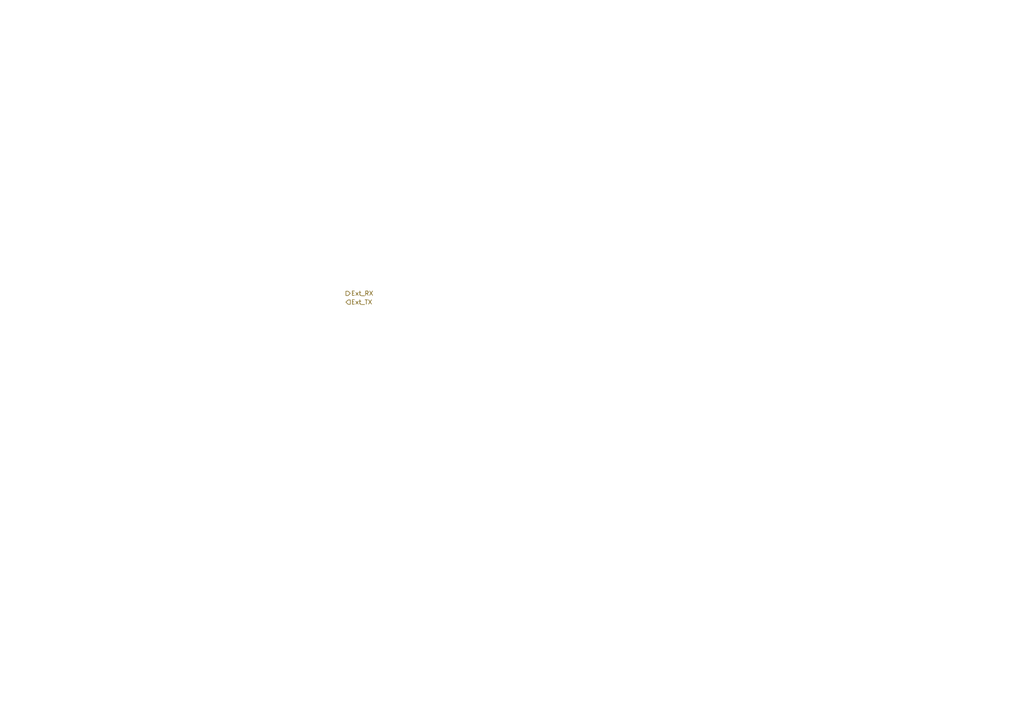
<source format=kicad_sch>
(kicad_sch
	(version 20250114)
	(generator "eeschema")
	(generator_version "9.0")
	(uuid "618ba372-1fde-4fbf-82ad-b769a11c2f05")
	(paper "A4")
	(lib_symbols)
	(hierarchical_label "Ext_TX"
		(shape input)
		(at 100.33 87.63 0)
		(effects
			(font
				(size 1.27 1.27)
			)
			(justify left)
		)
		(uuid "86cb84ff-79ed-4f2f-ba86-e0a2eb5b0921")
	)
	(hierarchical_label "Ext_RX"
		(shape output)
		(at 100.33 85.09 0)
		(effects
			(font
				(size 1.27 1.27)
			)
			(justify left)
		)
		(uuid "89c5d70b-9bd8-4d75-a691-28b184afac48")
	)
)

</source>
